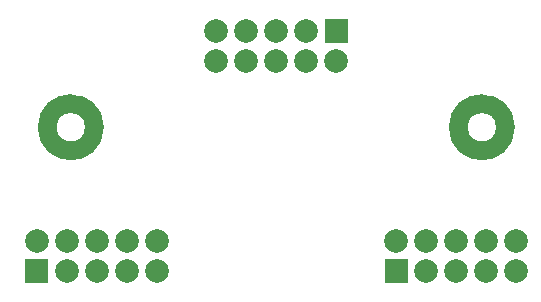
<source format=gts>
G04 Layer: TopSolderMaskLayer*
G04 EasyEDA v6.3.53, 2020-06-10T14:59:09+08:00*
G04 3b83d2e84b6f494eacd4771d3d7b0d36,fed530592efb474aaabf7115e2e2b964,10*
G04 Gerber Generator version 0.2*
G04 Scale: 100 percent, Rotated: No, Reflected: No *
G04 Dimensions in millimeters *
G04 leading zeros omitted , absolute positions ,3 integer and 3 decimal *
%FSLAX33Y33*%
%MOMM*%
G90*
G71D02*

%ADD18C,1.599997*%
%ADD19C,2.003196*%

%LPD*%
G54D19*
G01X19423Y20049D03*
G01X19423Y22589D03*
G01X21963Y20049D03*
G01X21963Y22589D03*
G01X24503Y20049D03*
G01X24503Y22589D03*
G01X27043Y20049D03*
G01X27043Y22589D03*
G01X29583Y20049D03*
G36*
G01X28582Y21587D02*
G01X28582Y23591D01*
G01X30586Y23591D01*
G01X30586Y21587D01*
G01X28582Y21587D01*
G37*
G01X44823Y4785D03*
G01X44823Y2245D03*
G01X42283Y4785D03*
G01X42283Y2245D03*
G01X39743Y4785D03*
G01X39743Y2245D03*
G01X37203Y4785D03*
G01X37203Y2245D03*
G01X34663Y4785D03*
G36*
G01X33662Y1244D02*
G01X33662Y3246D01*
G01X35666Y3246D01*
G01X35666Y1244D01*
G01X33662Y1244D01*
G37*
G01X14354Y4785D03*
G01X14354Y2245D03*
G01X11814Y4785D03*
G01X11814Y2245D03*
G01X9274Y4785D03*
G01X9274Y2245D03*
G01X6734Y4785D03*
G01X6734Y2245D03*
G01X4194Y4785D03*
G36*
G01X3192Y1244D02*
G01X3192Y3246D01*
G01X5196Y3246D01*
G01X5196Y1244D01*
G01X3192Y1244D01*
G37*
G54D18*
G75*
G01X9091Y14430D02*
G03X9091Y14430I-2000J0D01*
G01*
G75*
G01X43891Y14430D02*
G03X43891Y14430I-2000J0D01*
G01*
M00*
M02*

</source>
